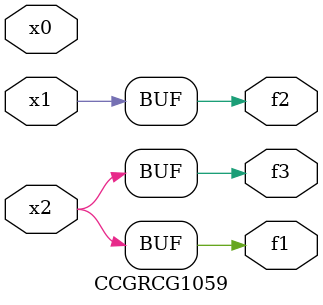
<source format=v>
module CCGRCG1059(
	input x0, x1, x2,
	output f1, f2, f3
);
	assign f1 = x2;
	assign f2 = x1;
	assign f3 = x2;
endmodule

</source>
